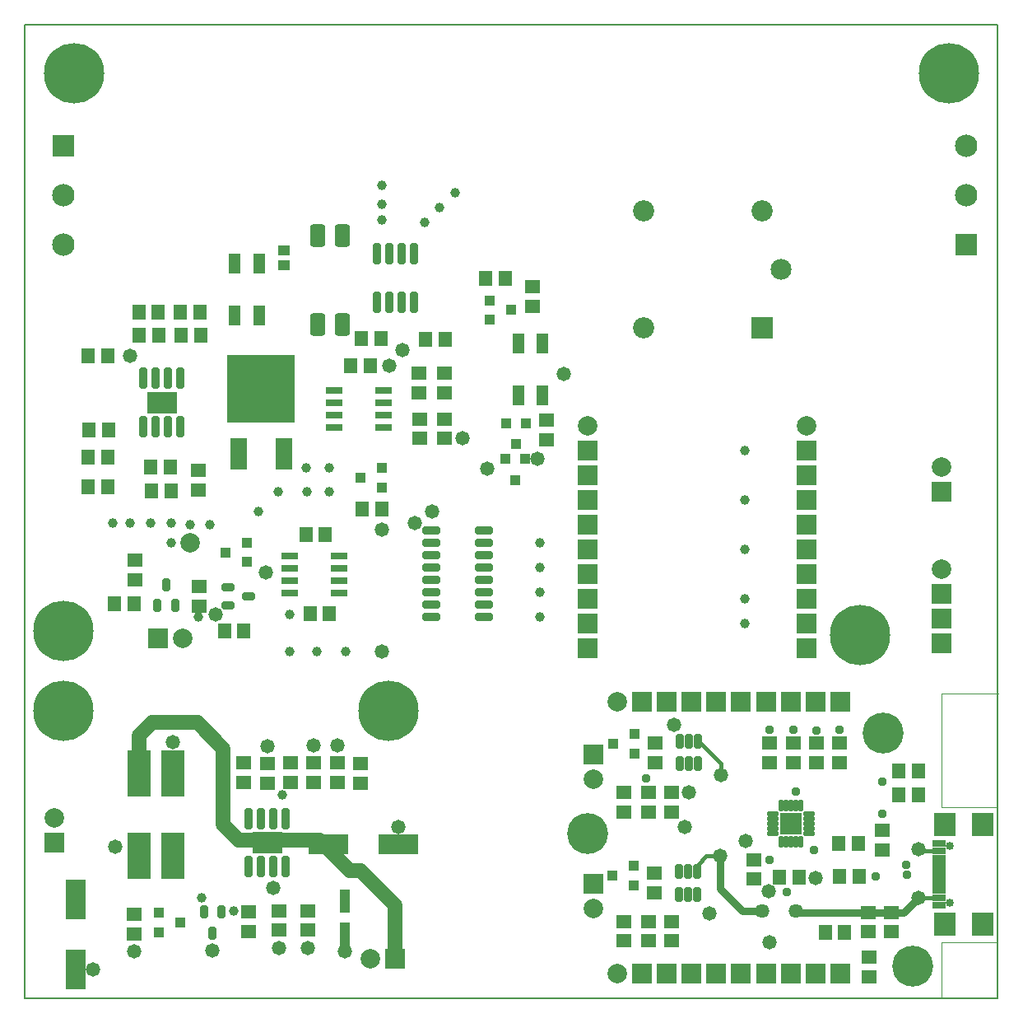
<source format=gts>
G04*
G04 #@! TF.GenerationSoftware,Altium Limited,CircuitStudio,1.5.2 (30)*
G04*
G04 Layer_Color=20142*
%FSLAX44Y44*%
%MOMM*%
G71*
G01*
G75*
%ADD38C,0.4000*%
%ADD45C,0.8000*%
%ADD48C,1.5000*%
%ADD49C,0.1000*%
%ADD50C,0.1500*%
%ADD69R,1.4032X1.5032*%
%ADD70R,1.5032X1.4032*%
%ADD71R,2.2032X2.3832*%
%ADD72R,1.3532X0.5032*%
%ADD73R,1.3532X0.8032*%
%ADD74R,1.1032X1.0032*%
G04:AMPARAMS|DCode=75|XSize=1.4932mm|YSize=0.7932mm|CornerRadius=0.1754mm|HoleSize=0mm|Usage=FLASHONLY|Rotation=270.000|XOffset=0mm|YOffset=0mm|HoleType=Round|Shape=RoundedRectangle|*
%AMROUNDEDRECTD75*
21,1,1.4932,0.4425,0,0,270.0*
21,1,1.1425,0.7932,0,0,270.0*
1,1,0.3507,-0.2213,-0.5713*
1,1,0.3507,-0.2213,0.5713*
1,1,0.3507,0.2213,0.5713*
1,1,0.3507,0.2213,-0.5713*
%
%ADD75ROUNDEDRECTD75*%
%ADD76R,4.1000X2.1000*%
%ADD77R,3.0782X2.2282*%
G04:AMPARAMS|DCode=78|XSize=2.1732mm|YSize=0.8032mm|CornerRadius=0.1766mm|HoleSize=0mm|Usage=FLASHONLY|Rotation=90.000|XOffset=0mm|YOffset=0mm|HoleType=Round|Shape=RoundedRectangle|*
%AMROUNDEDRECTD78*
21,1,2.1732,0.4500,0,0,90.0*
21,1,1.8200,0.8032,0,0,90.0*
1,1,0.3532,0.2250,0.9100*
1,1,0.3532,0.2250,-0.9100*
1,1,0.3532,-0.2250,-0.9100*
1,1,0.3532,-0.2250,0.9100*
%
%ADD78ROUNDEDRECTD78*%
%ADD79R,2.1000X4.1000*%
G04:AMPARAMS|DCode=80|XSize=1.2932mm|YSize=0.8132mm|CornerRadius=0.1779mm|HoleSize=0mm|Usage=FLASHONLY|Rotation=270.000|XOffset=0mm|YOffset=0mm|HoleType=Round|Shape=RoundedRectangle|*
%AMROUNDEDRECTD80*
21,1,1.2932,0.4575,0,0,270.0*
21,1,0.9375,0.8132,0,0,270.0*
1,1,0.3557,-0.2288,-0.4688*
1,1,0.3557,-0.2288,0.4688*
1,1,0.3557,0.2288,0.4688*
1,1,0.3557,0.2288,-0.4688*
%
%ADD80ROUNDEDRECTD80*%
%ADD81R,1.1000X2.3500*%
%ADD82R,1.2532X2.0782*%
%ADD83R,1.0032X1.1032*%
%ADD84R,1.1932X1.1232*%
%ADD85R,1.8000X0.7500*%
G04:AMPARAMS|DCode=86|XSize=1.2932mm|YSize=0.8132mm|CornerRadius=0.1779mm|HoleSize=0mm|Usage=FLASHONLY|Rotation=0.000|XOffset=0mm|YOffset=0mm|HoleType=Round|Shape=RoundedRectangle|*
%AMROUNDEDRECTD86*
21,1,1.2932,0.4575,0,0,0.0*
21,1,0.9375,0.8132,0,0,0.0*
1,1,0.3557,0.4688,-0.2288*
1,1,0.3557,-0.4688,-0.2288*
1,1,0.3557,-0.4688,0.2288*
1,1,0.3557,0.4688,0.2288*
%
%ADD86ROUNDEDRECTD86*%
%ADD87R,1.8032X3.2032*%
%ADD88R,6.9032X6.9032*%
G04:AMPARAMS|DCode=89|XSize=1.7932mm|YSize=0.7732mm|CornerRadius=0.1729mm|HoleSize=0mm|Usage=FLASHONLY|Rotation=180.000|XOffset=0mm|YOffset=0mm|HoleType=Round|Shape=RoundedRectangle|*
%AMROUNDEDRECTD89*
21,1,1.7932,0.4275,0,0,180.0*
21,1,1.4475,0.7732,0,0,180.0*
1,1,0.3457,-0.7238,0.2138*
1,1,0.3457,0.7238,0.2138*
1,1,0.3457,0.7238,-0.2138*
1,1,0.3457,-0.7238,-0.2138*
%
%ADD89ROUNDEDRECTD89*%
G04:AMPARAMS|DCode=90|XSize=2.2932mm|YSize=1.5932mm|CornerRadius=0.2753mm|HoleSize=0mm|Usage=FLASHONLY|Rotation=90.000|XOffset=0mm|YOffset=0mm|HoleType=Round|Shape=RoundedRectangle|*
%AMROUNDEDRECTD90*
21,1,2.2932,1.0425,0,0,90.0*
21,1,1.7425,1.5932,0,0,90.0*
1,1,0.5507,0.5212,0.8712*
1,1,0.5507,0.5212,-0.8712*
1,1,0.5507,-0.5212,-0.8712*
1,1,0.5507,-0.5212,0.8712*
%
%ADD90ROUNDEDRECTD90*%
G04:AMPARAMS|DCode=91|XSize=0.4632mm|YSize=1.1632mm|CornerRadius=0.1341mm|HoleSize=0mm|Usage=FLASHONLY|Rotation=270.000|XOffset=0mm|YOffset=0mm|HoleType=Round|Shape=RoundedRectangle|*
%AMROUNDEDRECTD91*
21,1,0.4632,0.8950,0,0,270.0*
21,1,0.1950,1.1632,0,0,270.0*
1,1,0.2682,-0.4475,-0.0975*
1,1,0.2682,-0.4475,0.0975*
1,1,0.2682,0.4475,0.0975*
1,1,0.2682,0.4475,-0.0975*
%
%ADD91ROUNDEDRECTD91*%
G04:AMPARAMS|DCode=92|XSize=1.1632mm|YSize=0.4632mm|CornerRadius=0.1341mm|HoleSize=0mm|Usage=FLASHONLY|Rotation=270.000|XOffset=0mm|YOffset=0mm|HoleType=Round|Shape=RoundedRectangle|*
%AMROUNDEDRECTD92*
21,1,1.1632,0.1950,0,0,270.0*
21,1,0.8950,0.4632,0,0,270.0*
1,1,0.2682,-0.0975,-0.4475*
1,1,0.2682,-0.0975,0.4475*
1,1,0.2682,0.0975,0.4475*
1,1,0.2682,0.0975,-0.4475*
%
%ADD92ROUNDEDRECTD92*%
%ADD93R,2.3032X2.3032*%
%ADD94R,2.3532X4.7032*%
%ADD95C,4.2032*%
%ADD96C,0.8532*%
%ADD97C,1.4612*%
%ADD98R,2.0032X2.0032*%
%ADD99C,2.0032*%
%ADD100R,2.0032X2.0032*%
%ADD101C,6.2032*%
%ADD102C,2.3032*%
%ADD103R,2.1832X2.1832*%
%ADD104C,2.1382*%
%ADD105C,2.1832*%
%ADD106C,0.9532*%
%ADD107C,0.9432*%
%ADD108C,1.0032*%
%ADD109C,1.4732*%
D38*
X950000Y522750D02*
X972000Y500750D01*
Y489000D02*
Y500000D01*
X1177000Y411000D02*
X1195000D01*
X959000Y406000D02*
X971000D01*
X957000D02*
X959000D01*
X948000Y397000D02*
X957000Y406000D01*
X1175000Y363000D02*
X1195000D01*
D45*
X971000Y372000D02*
Y406000D01*
Y372000D02*
X994000Y349000D01*
X1014250D01*
X1050000Y348000D02*
X1160000D01*
X1175000Y363000D01*
D48*
X636400Y300000D02*
Y355600D01*
X601000Y391000D02*
X636400Y355600D01*
X590000Y391000D02*
X601000D01*
X559000Y422000D02*
X590000Y391000D01*
X476000Y422000D02*
X559000D01*
X460000Y438000D02*
X476000Y422000D01*
X460000Y438000D02*
Y516000D01*
X433000Y543000D02*
X460000Y516000D01*
X386500Y543000D02*
X433000D01*
X373500Y530000D02*
X386500Y543000D01*
X373500Y490000D02*
Y530000D01*
D49*
X1199000Y456000D02*
X1256000D01*
X1199000D02*
Y573000D01*
X1257000D01*
X1199000Y317000D02*
X1256000D01*
X1199000Y260000D02*
Y317000D01*
D50*
X256000Y260000D02*
Y1260000D01*
X1256000Y260000D02*
Y1260000D01*
X256000Y260000D02*
X1256000D01*
X256000Y1260000D02*
X1256000D01*
D69*
X1099000Y327000D02*
D03*
X1079000D02*
D03*
X1155000Y493000D02*
D03*
X1175000D02*
D03*
Y469000D02*
D03*
X1155000D02*
D03*
X1093000Y419000D02*
D03*
X1113000D02*
D03*
X1094000Y384500D02*
D03*
X1114000D02*
D03*
X730000Y1000000D02*
D03*
X750000D02*
D03*
X622000Y938000D02*
D03*
X602000D02*
D03*
X668000Y937000D02*
D03*
X688000D02*
D03*
X623000Y762200D02*
D03*
X603000D02*
D03*
X549000Y655000D02*
D03*
X569000D02*
D03*
X565000Y736000D02*
D03*
X545000D02*
D03*
X481000Y637000D02*
D03*
X461000D02*
D03*
X368000Y665000D02*
D03*
X348000D02*
D03*
X416460Y941000D02*
D03*
X436460D02*
D03*
X416000Y965000D02*
D03*
X436000D02*
D03*
X321000Y920000D02*
D03*
X341000D02*
D03*
X373460Y941000D02*
D03*
X393460D02*
D03*
X321000Y785000D02*
D03*
X341000D02*
D03*
X321000Y816000D02*
D03*
X341000D02*
D03*
X321810Y844060D02*
D03*
X341810D02*
D03*
X406000Y781000D02*
D03*
X386000D02*
D03*
X405460Y806000D02*
D03*
X385460D02*
D03*
X591000Y910000D02*
D03*
X611000D02*
D03*
X373000Y964960D02*
D03*
X393000D02*
D03*
X1052000Y384000D02*
D03*
X1032000D02*
D03*
D70*
X1094000Y522000D02*
D03*
Y502000D02*
D03*
X1070000Y522000D02*
D03*
Y502000D02*
D03*
X1046000Y522000D02*
D03*
Y502000D02*
D03*
X1022000Y522000D02*
D03*
Y502000D02*
D03*
X1138000Y412000D02*
D03*
Y432000D02*
D03*
X1123000Y348000D02*
D03*
Y328000D02*
D03*
X1147000Y348000D02*
D03*
Y328000D02*
D03*
X1124000Y302000D02*
D03*
Y282000D02*
D03*
X1006000Y382000D02*
D03*
Y402000D02*
D03*
X921000Y318544D02*
D03*
Y338544D02*
D03*
X897000Y318544D02*
D03*
Y338544D02*
D03*
X872000D02*
D03*
Y318544D02*
D03*
X921000Y451000D02*
D03*
Y471000D02*
D03*
X897000Y451000D02*
D03*
Y471000D02*
D03*
X872000D02*
D03*
Y451000D02*
D03*
X481000Y481544D02*
D03*
Y501544D02*
D03*
X505000Y480544D02*
D03*
Y500544D02*
D03*
X529000Y481544D02*
D03*
Y501544D02*
D03*
X553000D02*
D03*
Y481544D02*
D03*
X577000Y501544D02*
D03*
Y481544D02*
D03*
X601000Y500544D02*
D03*
Y480544D02*
D03*
X368000Y325544D02*
D03*
Y345544D02*
D03*
X486000Y348544D02*
D03*
Y328544D02*
D03*
X517000Y329544D02*
D03*
Y349544D02*
D03*
X547000Y329544D02*
D03*
Y349544D02*
D03*
X778000Y971000D02*
D03*
Y991000D02*
D03*
X792000Y854000D02*
D03*
Y834000D02*
D03*
X661000Y902000D02*
D03*
Y882000D02*
D03*
X687000Y902000D02*
D03*
Y882000D02*
D03*
X687000Y835000D02*
D03*
Y855000D02*
D03*
X662000D02*
D03*
Y835000D02*
D03*
X369000Y690000D02*
D03*
Y710000D02*
D03*
X435000Y663000D02*
D03*
Y683000D02*
D03*
X434460Y802000D02*
D03*
Y782000D02*
D03*
X904000Y522000D02*
D03*
Y502000D02*
D03*
X903000Y388000D02*
D03*
Y368000D02*
D03*
D71*
X1241300Y438100D02*
D03*
Y335900D02*
D03*
X1202000Y438100D02*
D03*
Y335900D02*
D03*
D72*
X1196250Y389500D02*
D03*
Y384500D02*
D03*
Y394500D02*
D03*
Y379500D02*
D03*
Y399500D02*
D03*
Y374500D02*
D03*
Y404500D02*
D03*
Y369500D02*
D03*
D73*
Y419000D02*
D03*
Y411000D02*
D03*
Y363000D02*
D03*
Y355000D02*
D03*
D74*
X861000Y521000D02*
D03*
X883000Y531000D02*
D03*
Y511000D02*
D03*
X860000Y386000D02*
D03*
X882000Y396000D02*
D03*
Y376000D02*
D03*
X394000Y347544D02*
D03*
Y327544D02*
D03*
X416000Y337544D02*
D03*
X756000Y967000D02*
D03*
X734000Y957000D02*
D03*
Y977000D02*
D03*
X462000Y718000D02*
D03*
X484000Y728000D02*
D03*
Y708000D02*
D03*
X601000Y794749D02*
D03*
X623000Y804749D02*
D03*
Y784749D02*
D03*
D75*
X948500Y524188D02*
D03*
X939000D02*
D03*
X929500D02*
D03*
Y500988D02*
D03*
X939000D02*
D03*
X948500D02*
D03*
X947500Y389600D02*
D03*
X938000D02*
D03*
X928500D02*
D03*
Y366400D02*
D03*
X938000D02*
D03*
X947500D02*
D03*
D76*
X568001Y417540D02*
D03*
X640001D02*
D03*
D77*
X505000Y419544D02*
D03*
X396950Y872000D02*
D03*
D78*
X485950Y444294D02*
D03*
X498650D02*
D03*
X511350D02*
D03*
X524050D02*
D03*
Y394794D02*
D03*
X511350D02*
D03*
X498650D02*
D03*
X485950D02*
D03*
X656050Y1024750D02*
D03*
X643350D02*
D03*
X630650D02*
D03*
X617950D02*
D03*
Y975250D02*
D03*
X630650D02*
D03*
X643350D02*
D03*
X656050D02*
D03*
X416000Y847250D02*
D03*
X403300D02*
D03*
X390600D02*
D03*
X377900D02*
D03*
Y896750D02*
D03*
X390600D02*
D03*
X403300D02*
D03*
X416000D02*
D03*
D79*
X308000Y361544D02*
D03*
Y289544D02*
D03*
D80*
X458150Y348244D02*
D03*
X449000Y326844D02*
D03*
X439850Y348244D02*
D03*
X391850Y663300D02*
D03*
X401000Y684700D02*
D03*
X410150Y663300D02*
D03*
D81*
X584633Y359568D02*
D03*
Y325568D02*
D03*
D82*
X788500Y879375D02*
D03*
X763500D02*
D03*
Y932625D02*
D03*
X788500D02*
D03*
X496500Y961375D02*
D03*
X471500D02*
D03*
Y1014625D02*
D03*
X496500D02*
D03*
D83*
X761000Y829000D02*
D03*
X751000Y851000D02*
D03*
X771000D02*
D03*
X760000Y792000D02*
D03*
X750000Y814000D02*
D03*
X770000D02*
D03*
D84*
X522000Y1028750D02*
D03*
Y1013250D02*
D03*
D85*
X579400Y675950D02*
D03*
Y688650D02*
D03*
Y701350D02*
D03*
Y714050D02*
D03*
X528600D02*
D03*
Y701350D02*
D03*
Y688650D02*
D03*
Y675950D02*
D03*
X573600Y845950D02*
D03*
Y858650D02*
D03*
Y871350D02*
D03*
Y884050D02*
D03*
X624400D02*
D03*
Y871350D02*
D03*
Y858650D02*
D03*
Y845950D02*
D03*
D86*
X464300Y682150D02*
D03*
X485700Y673000D02*
D03*
X464300Y663850D02*
D03*
D87*
X522000Y819500D02*
D03*
X476000D02*
D03*
D88*
X499000Y886000D02*
D03*
D89*
X728100Y651550D02*
D03*
Y664250D02*
D03*
Y676950D02*
D03*
Y689650D02*
D03*
Y702350D02*
D03*
Y715050D02*
D03*
Y727750D02*
D03*
Y740450D02*
D03*
X673900D02*
D03*
Y727750D02*
D03*
Y715050D02*
D03*
Y702350D02*
D03*
Y689650D02*
D03*
Y676950D02*
D03*
Y664250D02*
D03*
Y651550D02*
D03*
D90*
X557300Y1043400D02*
D03*
X582700D02*
D03*
Y952600D02*
D03*
X557300D02*
D03*
D91*
X1025300Y449000D02*
D03*
Y444000D02*
D03*
Y439000D02*
D03*
Y434000D02*
D03*
Y429000D02*
D03*
X1062700D02*
D03*
Y434000D02*
D03*
Y439000D02*
D03*
Y444000D02*
D03*
Y449000D02*
D03*
D92*
X1054000Y457700D02*
D03*
X1049000D02*
D03*
X1044000D02*
D03*
X1039000D02*
D03*
X1034000D02*
D03*
Y420300D02*
D03*
X1039000D02*
D03*
X1044000D02*
D03*
X1049000D02*
D03*
X1054000D02*
D03*
D93*
X1044000Y439000D02*
D03*
X1224000Y1034200D02*
D03*
X295000Y1135800D02*
D03*
D94*
X373310Y490691D02*
D03*
X407610D02*
D03*
Y405691D02*
D03*
X373310D02*
D03*
D95*
X1138750Y532500D02*
D03*
X1169500Y292500D02*
D03*
X835000Y428750D02*
D03*
D96*
X1207000Y415900D02*
D03*
Y358100D02*
D03*
D97*
X1049000Y349000D02*
D03*
X1014250D02*
D03*
D98*
X992600Y564800D02*
D03*
X967200D02*
D03*
X941800D02*
D03*
X891000D02*
D03*
X916400D02*
D03*
X1018096Y564799D02*
D03*
X1043496D02*
D03*
X1068896D02*
D03*
X1094296D02*
D03*
X992600Y285400D02*
D03*
X967200D02*
D03*
X941800D02*
D03*
X891000D02*
D03*
X916400D02*
D03*
X1018096Y285399D02*
D03*
X1043496D02*
D03*
X1068896D02*
D03*
X1094296D02*
D03*
X636400Y300000D02*
D03*
X392600Y630000D02*
D03*
D99*
X865600Y564800D02*
D03*
X841000Y484900D02*
D03*
X841000Y352000D02*
D03*
X865600Y285400D02*
D03*
X286000Y445000D02*
D03*
X611000Y300000D02*
D03*
X1199000Y701000D02*
D03*
Y806050D02*
D03*
X1060000Y848000D02*
D03*
X418000Y630000D02*
D03*
X835000Y848000D02*
D03*
X426000Y727750D02*
D03*
D100*
X841000Y510300D02*
D03*
X841000Y377400D02*
D03*
X286000Y419600D02*
D03*
X1199000Y675600D02*
D03*
Y650200D02*
D03*
Y624800D02*
D03*
Y780650D02*
D03*
X1060000Y721000D02*
D03*
Y746400D02*
D03*
Y771800D02*
D03*
Y822600D02*
D03*
Y797200D02*
D03*
X1059999Y695504D02*
D03*
Y670104D02*
D03*
Y644704D02*
D03*
Y619304D02*
D03*
X835000Y721000D02*
D03*
Y746400D02*
D03*
Y771800D02*
D03*
Y822600D02*
D03*
Y797200D02*
D03*
X834999Y695504D02*
D03*
Y670104D02*
D03*
Y644704D02*
D03*
Y619304D02*
D03*
D101*
X295000Y555000D02*
D03*
X630000D02*
D03*
X1115000Y633000D02*
D03*
X306000Y1210000D02*
D03*
X1206000D02*
D03*
X295000Y637000D02*
D03*
D102*
X1224000Y1135800D02*
D03*
Y1085000D02*
D03*
X295000Y1034200D02*
D03*
Y1085000D02*
D03*
D103*
X1014000Y949000D02*
D03*
D104*
X1034000Y1009000D02*
D03*
D105*
X1014000Y1069000D02*
D03*
X892000D02*
D03*
Y949000D02*
D03*
D106*
X1067700Y412300D02*
D03*
X1049000Y471700D02*
D03*
X1094000Y536000D02*
D03*
X1070000Y535000D02*
D03*
X1046000Y536000D02*
D03*
X1022000D02*
D03*
D107*
X1131000Y384500D02*
D03*
X1044000Y439000D02*
D03*
X1040000Y369000D02*
D03*
X1138000Y482000D02*
D03*
Y449000D02*
D03*
X1022000Y401542D02*
D03*
X895000Y486000D02*
D03*
X1163000Y387000D02*
D03*
X1162000Y397000D02*
D03*
D108*
X471000Y349000D02*
D03*
X438000Y363000D02*
D03*
X520175Y468769D02*
D03*
X346000Y748000D02*
D03*
X364000D02*
D03*
X385460D02*
D03*
X406000D02*
D03*
X426000Y746400D02*
D03*
X446000D02*
D03*
X496000Y760000D02*
D03*
X516000Y780000D02*
D03*
X546000Y780650D02*
D03*
X569000Y780000D02*
D03*
Y804749D02*
D03*
X545000D02*
D03*
X406000Y727750D02*
D03*
X623000Y1060000D02*
D03*
Y1076000D02*
D03*
X667000Y1057000D02*
D03*
X682000Y1072000D02*
D03*
X698000Y1088000D02*
D03*
X623000Y1095000D02*
D03*
X528600Y654000D02*
D03*
Y616000D02*
D03*
X556000D02*
D03*
X586000D02*
D03*
X786000Y651550D02*
D03*
Y676950D02*
D03*
Y702350D02*
D03*
Y727750D02*
D03*
X996000Y644704D02*
D03*
Y670104D02*
D03*
Y721000D02*
D03*
Y771800D02*
D03*
Y822600D02*
D03*
X434460Y651550D02*
D03*
D109*
X1175000Y413000D02*
D03*
Y363000D02*
D03*
X997000Y421000D02*
D03*
X972000Y489000D02*
D03*
X971000Y406000D02*
D03*
X924000Y541000D02*
D03*
X1022000Y317000D02*
D03*
X1021000Y369500D02*
D03*
X935000Y435584D02*
D03*
X1069500Y383500D02*
D03*
X939000Y471000D02*
D03*
X960000Y347000D02*
D03*
X348500Y415000D02*
D03*
X407610Y523044D02*
D03*
X577000Y519588D02*
D03*
X640001Y435584D02*
D03*
X553000Y519588D02*
D03*
X505000Y518588D02*
D03*
X449000Y308800D02*
D03*
X326044Y289544D02*
D03*
X511350Y372956D02*
D03*
X368000Y307500D02*
D03*
X584633Y307524D02*
D03*
X547000Y311500D02*
D03*
X517000Y311500D02*
D03*
X623000Y616000D02*
D03*
X657000Y748000D02*
D03*
X675000Y760000D02*
D03*
X364000Y920000D02*
D03*
X731000Y804000D02*
D03*
X623000Y741000D02*
D03*
X504000Y697000D02*
D03*
X452000Y654000D02*
D03*
X644000Y926000D02*
D03*
X706000Y835000D02*
D03*
X630650Y910000D02*
D03*
X783000Y814000D02*
D03*
X810000Y901000D02*
D03*
M02*

</source>
